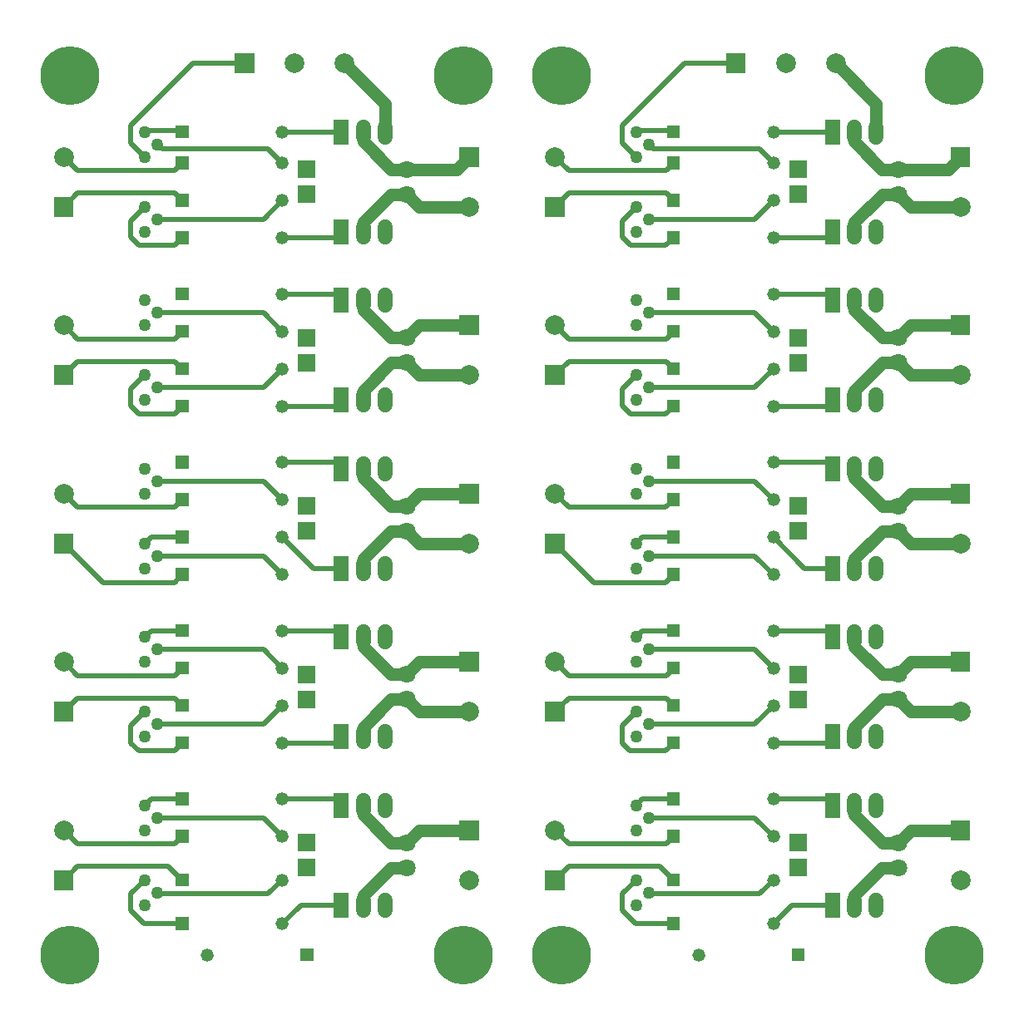
<source format=gbl>
%FSLAX24Y24*%
%MOIN*%
%ADD10C,0.0200*%
%ADD11C,0.0500*%
%ADD12C,0.0520*%
%ADD13C,0.0600*%
%ADD14C,0.0709*%
%ADD15C,0.0787*%
%ADD16C,0.2362*%
D10*
G01X12875Y4000D02*
X11250Y4000D01*
X10500Y3250D01*
X10500Y12000D02*
X9750Y11250D01*
X5500Y11250D01*
X10500Y5000D02*
X9940Y4440D01*
X5560Y4440D01*
X5500Y4500D01*
X6500Y13500D02*
X6198Y13198D01*
X2302Y13198D01*
X1750Y13750D01*
X10500Y24000D02*
X12625Y24000D01*
X12875Y24250D01*
X10500Y13500D02*
X9750Y14250D01*
X5500Y14250D01*
X10500Y28500D02*
X12625Y28500D01*
X12875Y28250D01*
X10500Y30750D02*
X12625Y30750D01*
X12875Y31000D01*
X6500Y6750D02*
X6199Y6449D01*
X2301Y6449D01*
X1750Y7000D01*
X5000Y34000D02*
X4439Y34561D01*
X4439Y35257D01*
X6933Y37750D01*
X9000Y37750D01*
X6500Y20250D02*
X6195Y19945D01*
X2305Y19945D01*
X1750Y20500D01*
X6500Y10500D02*
X6188Y10188D01*
X4758Y10188D01*
X4444Y10501D01*
X4444Y11194D01*
X5000Y11750D01*
X6500Y17250D02*
X6184Y16934D01*
X3316Y16934D01*
X1750Y18500D01*
X10500Y35000D02*
X12875Y35000D01*
X10500Y21750D02*
X12625Y21750D01*
X12875Y21500D01*
X6500Y24000D02*
X6194Y23694D01*
X4771Y23694D01*
X4434Y24032D01*
X4434Y24684D01*
X5000Y25250D01*
X10500Y20250D02*
X9750Y21000D01*
X5500Y21000D01*
X10500Y8250D02*
X12625Y8250D01*
X12875Y8000D01*
X10500Y27000D02*
X9750Y27750D01*
X5500Y27750D01*
X10500Y17250D02*
X9750Y18000D01*
X5500Y18000D01*
X5000Y5000D02*
X4446Y4446D01*
X4446Y3773D01*
X4969Y3250D01*
X6500Y3250D01*
X10500Y25500D02*
X9750Y24750D01*
X5500Y24750D01*
X6500Y15000D02*
X5250Y15000D01*
X5000Y14750D01*
X6500Y12000D02*
X6199Y12301D01*
X2301Y12301D01*
X1750Y11750D01*
X10500Y32250D02*
X9750Y31500D01*
X5500Y31500D01*
X10500Y10500D02*
X12625Y10500D01*
X12875Y10750D01*
X6500Y33750D02*
X6199Y33449D01*
X2301Y33449D01*
X1750Y34000D01*
X6500Y5000D02*
X5942Y5558D01*
X2308Y5558D01*
X1750Y5000D01*
X6500Y35000D02*
X6438Y35062D01*
X5062Y35062D01*
X5000Y35000D01*
X6500Y30750D02*
X6194Y30444D01*
X4771Y30444D01*
X4434Y30782D01*
X4434Y31434D01*
X5000Y32000D01*
X6500Y27000D02*
X6199Y26699D01*
X2301Y26699D01*
X1750Y27250D01*
X10500Y6750D02*
X9750Y7500D01*
X5500Y7500D01*
X6500Y25500D02*
X6198Y25802D01*
X2302Y25802D01*
X1750Y25250D01*
X6500Y32250D02*
X6198Y32552D01*
X2302Y32552D01*
X1750Y32000D01*
X6500Y18750D02*
X5250Y18750D01*
X5000Y18500D01*
X10500Y18750D02*
X11750Y17500D01*
X12875Y17500D01*
X6500Y8250D02*
X5250Y8250D01*
X5000Y8000D01*
X10500Y33750D02*
X9940Y34310D01*
X5690Y34310D01*
X5500Y34500D01*
X10500Y15000D02*
X12625Y15000D01*
X12875Y14750D01*
X32560Y4000D02*
X30935Y4000D01*
X30185Y3250D01*
X30185Y12000D02*
X29435Y11250D01*
X25185Y11250D01*
X30185Y5000D02*
X29625Y4440D01*
X25245Y4440D01*
X25185Y4500D01*
X26185Y13500D02*
X25883Y13198D01*
X21987Y13198D01*
X21435Y13750D01*
X30185Y24000D02*
X32310Y24000D01*
X32560Y24250D01*
X30185Y13500D02*
X29435Y14250D01*
X25185Y14250D01*
X30185Y28500D02*
X32310Y28500D01*
X32560Y28250D01*
X30185Y30750D02*
X32310Y30750D01*
X32560Y31000D01*
X26185Y6750D02*
X25884Y6449D01*
X21986Y6449D01*
X21435Y7000D01*
X24685Y34000D02*
X24124Y34561D01*
X24124Y35257D01*
X26618Y37750D01*
X28685Y37750D01*
X26185Y20250D02*
X25880Y19945D01*
X21990Y19945D01*
X21435Y20500D01*
X26185Y10500D02*
X25873Y10188D01*
X24443Y10188D01*
X24129Y10501D01*
X24129Y11194D01*
X24685Y11750D01*
X26185Y17250D02*
X25869Y16934D01*
X23001Y16934D01*
X21435Y18500D01*
X30185Y35000D02*
X32560Y35000D01*
X30185Y21750D02*
X32310Y21750D01*
X32560Y21500D01*
X26185Y24000D02*
X25879Y23694D01*
X24456Y23694D01*
X24119Y24032D01*
X24119Y24684D01*
X24685Y25250D01*
X30185Y20250D02*
X29435Y21000D01*
X25185Y21000D01*
X30185Y8250D02*
X32310Y8250D01*
X32560Y8000D01*
X30185Y27000D02*
X29435Y27750D01*
X25185Y27750D01*
X30185Y17250D02*
X29435Y18000D01*
X25185Y18000D01*
X24685Y5000D02*
X24131Y4446D01*
X24131Y3773D01*
X24654Y3250D01*
X26185Y3250D01*
X30185Y25500D02*
X29435Y24750D01*
X25185Y24750D01*
X26185Y15000D02*
X24935Y15000D01*
X24685Y14750D01*
X26185Y12000D02*
X25884Y12301D01*
X21987Y12301D01*
X21435Y11750D01*
X30185Y32250D02*
X29435Y31500D01*
X25185Y31500D01*
X30185Y10500D02*
X32310Y10500D01*
X32560Y10750D01*
X26185Y33750D02*
X25884Y33449D01*
X21987Y33449D01*
X21435Y34000D01*
X26185Y5000D02*
X25627Y5558D01*
X21993Y5558D01*
X21435Y5000D01*
X26185Y35000D02*
X26123Y35062D01*
X24747Y35062D01*
X24685Y35000D01*
X26185Y30750D02*
X25879Y30444D01*
X24456Y30444D01*
X24119Y30782D01*
X24119Y31434D01*
X24685Y32000D01*
X26185Y27000D02*
X25884Y26699D01*
X21987Y26699D01*
X21435Y27250D01*
X30185Y6750D02*
X29435Y7500D01*
X25185Y7500D01*
X26185Y25500D02*
X25883Y25802D01*
X21987Y25802D01*
X21435Y25250D01*
X26185Y32250D02*
X25883Y32552D01*
X21987Y32552D01*
X21435Y32000D01*
X26185Y18750D02*
X24935Y18750D01*
X24685Y18500D01*
X30185Y18750D02*
X31435Y17500D01*
X32560Y17500D01*
X26185Y8250D02*
X24935Y8250D01*
X24685Y8000D01*
X30185Y33750D02*
X29625Y34310D01*
X25375Y34310D01*
X25185Y34500D01*
X30185Y15000D02*
X32310Y15000D01*
X32560Y14750D01*
D11*
G01X5500Y34500D03*
X5000Y35000D03*
X5000Y34000D03*
X5500Y31500D03*
X5000Y32000D03*
X5000Y31000D03*
X5500Y27750D03*
X5000Y28250D03*
X5000Y27250D03*
X5500Y24750D03*
X5000Y25250D03*
X5000Y24250D03*
X5500Y21000D03*
X5000Y21500D03*
X5000Y20500D03*
X5500Y18000D03*
X5000Y18500D03*
X5000Y17500D03*
X5500Y14250D03*
X5000Y14750D03*
X5000Y13750D03*
X5500Y11250D03*
X5000Y11750D03*
X5000Y10750D03*
X5500Y7500D03*
X5000Y8000D03*
X5000Y7000D03*
X5500Y4500D03*
X5000Y5000D03*
X5000Y4000D03*
X25185Y34500D03*
X24685Y35000D03*
X24685Y34000D03*
X25185Y31500D03*
X24685Y32000D03*
X24685Y31000D03*
X25185Y27750D03*
X24685Y28250D03*
X24685Y27250D03*
X25185Y24750D03*
X24685Y25250D03*
X24685Y24250D03*
X25185Y21000D03*
X24685Y21500D03*
X24685Y20500D03*
X25185Y18000D03*
X24685Y18500D03*
X24685Y17500D03*
X25185Y14250D03*
X24685Y14750D03*
X24685Y13750D03*
X25185Y11250D03*
X24685Y11750D03*
X24685Y10750D03*
X25185Y7500D03*
X24685Y8000D03*
X24685Y7000D03*
X25185Y4500D03*
X24685Y5000D03*
X24685Y4000D03*
X15513Y33500D02*
X14862Y33500D01*
X13750Y34612D01*
X13750Y35000D01*
X18000Y34000D02*
X17500Y33500D01*
X15513Y33500D01*
X15513Y32500D02*
X16013Y32000D01*
X18000Y32000D01*
X13750Y31000D02*
X13750Y31386D01*
X14864Y32500D01*
X15513Y32500D01*
X15513Y25750D02*
X16013Y25250D01*
X18000Y25250D01*
X13750Y24250D02*
X13750Y24636D01*
X14864Y25750D01*
X15513Y25750D01*
X14625Y35000D02*
X14625Y36125D01*
X13000Y37750D01*
X13750Y8000D02*
X13750Y7614D01*
X14864Y6500D01*
X15513Y6500D01*
X16013Y7000D01*
X18000Y7000D01*
X15513Y5500D02*
X14862Y5500D01*
X13750Y4388D01*
X13750Y4000D01*
X13750Y17500D02*
X13750Y17886D01*
X14864Y19000D01*
X15513Y19000D01*
X16013Y18500D01*
X18000Y18500D01*
X13750Y10750D02*
X13750Y11136D01*
X14864Y12250D01*
X15513Y12250D01*
X16013Y11750D01*
X18000Y11750D01*
X15513Y13250D02*
X16013Y13750D01*
X18000Y13750D01*
X13750Y14750D02*
X13750Y14364D01*
X14864Y13250D01*
X15513Y13250D01*
X13750Y21500D02*
X13750Y21114D01*
X14864Y20000D01*
X15513Y20000D01*
X16013Y20500D01*
X18000Y20500D01*
X13750Y28250D02*
X13750Y27864D01*
X14864Y26750D01*
X15513Y26750D01*
X16013Y27250D01*
X18000Y27250D01*
X35198Y33500D02*
X34547Y33500D01*
X33435Y34612D01*
X33435Y35000D01*
X37685Y34000D02*
X37185Y33500D01*
X35198Y33500D01*
X35198Y32500D02*
X35698Y32000D01*
X37685Y32000D01*
X33435Y31000D02*
X33435Y31386D01*
X34549Y32500D01*
X35198Y32500D01*
X35198Y25750D02*
X35698Y25250D01*
X37685Y25250D01*
X33435Y24250D02*
X33435Y24636D01*
X34549Y25750D01*
X35198Y25750D01*
X34310Y35000D02*
X34310Y36125D01*
X32685Y37750D01*
X33435Y8000D02*
X33435Y7614D01*
X34549Y6500D01*
X35198Y6500D01*
X35698Y7000D01*
X37685Y7000D01*
X35198Y5500D02*
X34547Y5500D01*
X33435Y4388D01*
X33435Y4000D01*
X33435Y17500D02*
X33435Y17886D01*
X34549Y19000D01*
X35198Y19000D01*
X35698Y18500D01*
X37685Y18500D01*
X33435Y10750D02*
X33435Y11136D01*
X34549Y12250D01*
X35198Y12250D01*
X35698Y11750D01*
X37685Y11750D01*
X35198Y13250D02*
X35698Y13750D01*
X37685Y13750D01*
X33435Y14750D02*
X33435Y14364D01*
X34549Y13250D01*
X35198Y13250D01*
X33435Y21500D02*
X33435Y21114D01*
X34549Y20000D01*
X35198Y20000D01*
X35698Y20500D01*
X37685Y20500D01*
X33435Y28250D02*
X33435Y27864D01*
X34549Y26750D01*
X35198Y26750D01*
X35698Y27250D01*
X37685Y27250D01*
D12*
G01X10500Y33750D03*
X10500Y32250D03*
X10500Y35000D03*
X10500Y30750D03*
X10500Y27000D03*
X10500Y25500D03*
X10500Y28500D03*
X10500Y24000D03*
X10500Y21750D03*
X10500Y20250D03*
X10500Y18750D03*
X10500Y17250D03*
X10500Y15000D03*
X10500Y13500D03*
X10500Y12000D03*
X10500Y10500D03*
X10500Y8250D03*
X10500Y6750D03*
X10500Y5000D03*
X10500Y3250D03*
X7500Y2000D03*
X30185Y33750D03*
X30185Y32250D03*
X30185Y35000D03*
X30185Y30750D03*
X30185Y27000D03*
X30185Y25500D03*
X30185Y28500D03*
X30185Y24000D03*
X30185Y21750D03*
X30185Y20250D03*
X30185Y18750D03*
X30185Y17250D03*
X30185Y15000D03*
X30185Y13500D03*
X30185Y12000D03*
X30185Y10500D03*
X30185Y8250D03*
X30185Y6750D03*
X30185Y5000D03*
X30185Y3250D03*
X27185Y2000D03*
D13*
G01X14625Y35200D02*
X14625Y34800D01*
X13750Y35200D02*
X13750Y34800D01*
X14625Y31200D02*
X14625Y30800D01*
X13750Y31200D02*
X13750Y30800D01*
X14625Y28450D02*
X14625Y28050D01*
X13750Y28450D02*
X13750Y28050D01*
X14625Y24450D02*
X14625Y24050D01*
X13750Y24450D02*
X13750Y24050D01*
X14625Y21700D02*
X14625Y21300D01*
X13750Y21700D02*
X13750Y21300D01*
X14625Y17700D02*
X14625Y17300D01*
X13750Y17700D02*
X13750Y17300D01*
X14625Y14950D02*
X14625Y14550D01*
X13750Y14950D02*
X13750Y14550D01*
X14625Y10950D02*
X14625Y10550D01*
X13750Y10950D02*
X13750Y10550D01*
X14625Y8200D02*
X14625Y7800D01*
X13750Y8200D02*
X13750Y7800D01*
X14625Y4200D02*
X14625Y3800D01*
X13750Y4200D02*
X13750Y3800D01*
X34310Y35200D02*
X34310Y34800D01*
X33435Y35200D02*
X33435Y34800D01*
X34310Y31200D02*
X34310Y30800D01*
X33435Y31200D02*
X33435Y30800D01*
X34310Y28450D02*
X34310Y28050D01*
X33435Y28450D02*
X33435Y28050D01*
X34310Y24450D02*
X34310Y24050D01*
X33435Y24450D02*
X33435Y24050D01*
X34310Y21700D02*
X34310Y21300D01*
X33435Y21700D02*
X33435Y21300D01*
X34310Y17700D02*
X34310Y17300D01*
X33435Y17700D02*
X33435Y17300D01*
X34310Y14950D02*
X34310Y14550D01*
X33435Y14950D02*
X33435Y14550D01*
X34310Y10950D02*
X34310Y10550D01*
X33435Y10950D02*
X33435Y10550D01*
X34310Y8200D02*
X34310Y7800D01*
X33435Y8200D02*
X33435Y7800D01*
X34310Y4200D02*
X34310Y3800D01*
X33435Y4200D02*
X33435Y3800D01*
D14*
G01X15513Y33500D03*
X15513Y32500D03*
X15513Y26750D03*
X15513Y25750D03*
X15513Y20000D03*
X15513Y19000D03*
X15513Y13250D03*
X15513Y12250D03*
X15513Y6500D03*
X15513Y5500D03*
X35198Y33500D03*
X35198Y32500D03*
X35198Y26750D03*
X35198Y25750D03*
X35198Y20000D03*
X35198Y19000D03*
X35198Y13250D03*
X35198Y12250D03*
X35198Y6500D03*
X35198Y5500D03*
D15*
G01X18000Y32000D03*
X1750Y34000D03*
X1750Y27250D03*
X18000Y25250D03*
X1750Y20500D03*
X18000Y18500D03*
X1750Y13750D03*
X18000Y11750D03*
X1750Y7000D03*
X18000Y5000D03*
X11000Y37750D03*
X13000Y37750D03*
X37685Y32000D03*
X21435Y34000D03*
X21435Y27250D03*
X37685Y25250D03*
X21435Y20500D03*
X37685Y18500D03*
X21435Y13750D03*
X37685Y11750D03*
X21435Y7000D03*
X37685Y5000D03*
X30685Y37750D03*
X32685Y37750D03*
D16*
G01X2000Y37250D03*
X2000Y2000D03*
X17750Y2000D03*
X17750Y37250D03*
X21685Y37250D03*
X21685Y2000D03*
X37435Y2000D03*
X37435Y37250D03*
G36*
X18393Y33606D02*
X18393Y34393D01*
X17606Y34393D01*
X17606Y33606D01*
X18393Y33606D01*
G37*
G36*
X6760Y34010D02*
X6240Y34010D01*
X6240Y33490D01*
X6760Y33490D01*
X6760Y34010D01*
G37*
G36*
X6760Y32510D02*
X6240Y32510D01*
X6240Y31990D01*
X6760Y31990D01*
X6760Y32510D01*
G37*
G36*
X6760Y35260D02*
X6240Y35260D01*
X6240Y34740D01*
X6760Y34740D01*
X6760Y35260D01*
G37*
G36*
X6760Y31010D02*
X6240Y31010D01*
X6240Y30490D01*
X6760Y30490D01*
X6760Y31010D01*
G37*
G36*
X13175Y35500D02*
X12575Y35500D01*
X12575Y34500D01*
X13175Y34500D01*
X13175Y35500D01*
G37*
G36*
X11842Y33854D02*
X11133Y33854D01*
X11133Y33145D01*
X11842Y33145D01*
X11842Y33854D01*
G37*
G36*
X11842Y32854D02*
X11133Y32854D01*
X11133Y32145D01*
X11842Y32145D01*
X11842Y32854D01*
G37*
G36*
X13175Y31500D02*
X12575Y31500D01*
X12575Y30500D01*
X13175Y30500D01*
X13175Y31500D01*
G37*
G36*
X1356Y32393D02*
X1356Y31606D01*
X2143Y31606D01*
X2143Y32393D01*
X1356Y32393D01*
G37*
G36*
X1356Y25643D02*
X1356Y24856D01*
X2143Y24856D01*
X2143Y25643D01*
X1356Y25643D01*
G37*
G36*
X18393Y26856D02*
X18393Y27643D01*
X17606Y27643D01*
X17606Y26856D01*
X18393Y26856D01*
G37*
G36*
X6760Y27260D02*
X6240Y27260D01*
X6240Y26740D01*
X6760Y26740D01*
X6760Y27260D01*
G37*
G36*
X6760Y25760D02*
X6240Y25760D01*
X6240Y25240D01*
X6760Y25240D01*
X6760Y25760D01*
G37*
G36*
X6760Y28760D02*
X6240Y28760D01*
X6240Y28240D01*
X6760Y28240D01*
X6760Y28760D01*
G37*
G36*
X6760Y24260D02*
X6240Y24260D01*
X6240Y23740D01*
X6760Y23740D01*
X6760Y24260D01*
G37*
G36*
X11842Y27104D02*
X11133Y27104D01*
X11133Y26395D01*
X11842Y26395D01*
X11842Y27104D01*
G37*
G36*
X11842Y26104D02*
X11133Y26104D01*
X11133Y25395D01*
X11842Y25395D01*
X11842Y26104D01*
G37*
G36*
X13175Y28750D02*
X12575Y28750D01*
X12575Y27750D01*
X13175Y27750D01*
X13175Y28750D01*
G37*
G36*
X13175Y24750D02*
X12575Y24750D01*
X12575Y23750D01*
X13175Y23750D01*
X13175Y24750D01*
G37*
G36*
X1356Y18893D02*
X1356Y18106D01*
X2143Y18106D01*
X2143Y18893D01*
X1356Y18893D01*
G37*
G36*
X6760Y22010D02*
X6240Y22010D01*
X6240Y21490D01*
X6760Y21490D01*
X6760Y22010D01*
G37*
G36*
X6760Y20510D02*
X6240Y20510D01*
X6240Y19990D01*
X6760Y19990D01*
X6760Y20510D01*
G37*
G36*
X6760Y19010D02*
X6240Y19010D01*
X6240Y18490D01*
X6760Y18490D01*
X6760Y19010D01*
G37*
G36*
X6760Y17510D02*
X6240Y17510D01*
X6240Y16990D01*
X6760Y16990D01*
X6760Y17510D01*
G37*
G36*
X11842Y20354D02*
X11133Y20354D01*
X11133Y19645D01*
X11842Y19645D01*
X11842Y20354D01*
G37*
G36*
X11842Y19354D02*
X11133Y19354D01*
X11133Y18645D01*
X11842Y18645D01*
X11842Y19354D01*
G37*
G36*
X13175Y22000D02*
X12575Y22000D01*
X12575Y21000D01*
X13175Y21000D01*
X13175Y22000D01*
G37*
G36*
X13175Y18000D02*
X12575Y18000D01*
X12575Y17000D01*
X13175Y17000D01*
X13175Y18000D01*
G37*
G36*
X18393Y20106D02*
X18393Y20893D01*
X17606Y20893D01*
X17606Y20106D01*
X18393Y20106D01*
G37*
G36*
X1356Y12143D02*
X1356Y11356D01*
X2143Y11356D01*
X2143Y12143D01*
X1356Y12143D01*
G37*
G36*
X6760Y15260D02*
X6240Y15260D01*
X6240Y14740D01*
X6760Y14740D01*
X6760Y15260D01*
G37*
G36*
X6760Y13760D02*
X6240Y13760D01*
X6240Y13240D01*
X6760Y13240D01*
X6760Y13760D01*
G37*
G36*
X6760Y12260D02*
X6240Y12260D01*
X6240Y11740D01*
X6760Y11740D01*
X6760Y12260D01*
G37*
G36*
X6760Y10760D02*
X6240Y10760D01*
X6240Y10240D01*
X6760Y10240D01*
X6760Y10760D01*
G37*
G36*
X13175Y15250D02*
X12575Y15250D01*
X12575Y14250D01*
X13175Y14250D01*
X13175Y15250D01*
G37*
G36*
X11842Y13604D02*
X11133Y13604D01*
X11133Y12895D01*
X11842Y12895D01*
X11842Y13604D01*
G37*
G36*
X11842Y12604D02*
X11133Y12604D01*
X11133Y11895D01*
X11842Y11895D01*
X11842Y12604D01*
G37*
G36*
X13175Y11250D02*
X12575Y11250D01*
X12575Y10250D01*
X13175Y10250D01*
X13175Y11250D01*
G37*
G36*
X18393Y13356D02*
X18393Y14143D01*
X17606Y14143D01*
X17606Y13356D01*
X18393Y13356D01*
G37*
G36*
X1356Y5393D02*
X1356Y4606D01*
X2143Y4606D01*
X2143Y5393D01*
X1356Y5393D01*
G37*
G36*
X6760Y8510D02*
X6240Y8510D01*
X6240Y7990D01*
X6760Y7990D01*
X6760Y8510D01*
G37*
G36*
X6760Y7010D02*
X6240Y7010D01*
X6240Y6490D01*
X6760Y6490D01*
X6760Y7010D01*
G37*
G36*
X6760Y5260D02*
X6240Y5260D01*
X6240Y4740D01*
X6760Y4740D01*
X6760Y5260D01*
G37*
G36*
X6760Y3510D02*
X6240Y3510D01*
X6240Y2990D01*
X6760Y2990D01*
X6760Y3510D01*
G37*
G36*
X13175Y8500D02*
X12575Y8500D01*
X12575Y7500D01*
X13175Y7500D01*
X13175Y8500D01*
G37*
G36*
X11842Y6854D02*
X11133Y6854D01*
X11133Y6145D01*
X11842Y6145D01*
X11842Y6854D01*
G37*
G36*
X11842Y5854D02*
X11133Y5854D01*
X11133Y5145D01*
X11842Y5145D01*
X11842Y5854D01*
G37*
G36*
X13175Y4500D02*
X12575Y4500D01*
X12575Y3500D01*
X13175Y3500D01*
X13175Y4500D01*
G37*
G36*
X18393Y6606D02*
X18393Y7393D01*
X17606Y7393D01*
X17606Y6606D01*
X18393Y6606D01*
G37*
G36*
X11240Y1740D02*
X11760Y1740D01*
X11760Y2260D01*
X11240Y2260D01*
X11240Y1740D01*
G37*
G36*
X9393Y38143D02*
X8606Y38143D01*
X8606Y37356D01*
X9393Y37356D01*
X9393Y38143D01*
G37*
G36*
X38078Y33606D02*
X38078Y34393D01*
X37291Y34393D01*
X37291Y33606D01*
X38078Y33606D01*
G37*
G36*
X26445Y34010D02*
X25925Y34010D01*
X25925Y33490D01*
X26445Y33490D01*
X26445Y34010D01*
G37*
G36*
X26445Y32510D02*
X25925Y32510D01*
X25925Y31990D01*
X26445Y31990D01*
X26445Y32510D01*
G37*
G36*
X26445Y35260D02*
X25925Y35260D01*
X25925Y34740D01*
X26445Y34740D01*
X26445Y35260D01*
G37*
G36*
X26445Y31010D02*
X25925Y31010D01*
X25925Y30490D01*
X26445Y30490D01*
X26445Y31010D01*
G37*
G36*
X32860Y35500D02*
X32260Y35500D01*
X32260Y34500D01*
X32860Y34500D01*
X32860Y35500D01*
G37*
G36*
X31527Y33854D02*
X30818Y33854D01*
X30818Y33145D01*
X31527Y33145D01*
X31527Y33854D01*
G37*
G36*
X31527Y32854D02*
X30818Y32854D01*
X30818Y32145D01*
X31527Y32145D01*
X31527Y32854D01*
G37*
G36*
X32860Y31500D02*
X32260Y31500D01*
X32260Y30500D01*
X32860Y30500D01*
X32860Y31500D01*
G37*
G36*
X21041Y32393D02*
X21041Y31606D01*
X21828Y31606D01*
X21828Y32393D01*
X21041Y32393D01*
G37*
G36*
X21041Y25643D02*
X21041Y24856D01*
X21828Y24856D01*
X21828Y25643D01*
X21041Y25643D01*
G37*
G36*
X38078Y26856D02*
X38078Y27643D01*
X37291Y27643D01*
X37291Y26856D01*
X38078Y26856D01*
G37*
G36*
X26445Y27260D02*
X25925Y27260D01*
X25925Y26740D01*
X26445Y26740D01*
X26445Y27260D01*
G37*
G36*
X26445Y25760D02*
X25925Y25760D01*
X25925Y25240D01*
X26445Y25240D01*
X26445Y25760D01*
G37*
G36*
X26445Y28760D02*
X25925Y28760D01*
X25925Y28240D01*
X26445Y28240D01*
X26445Y28760D01*
G37*
G36*
X26445Y24260D02*
X25925Y24260D01*
X25925Y23740D01*
X26445Y23740D01*
X26445Y24260D01*
G37*
G36*
X31527Y27104D02*
X30818Y27104D01*
X30818Y26395D01*
X31527Y26395D01*
X31527Y27104D01*
G37*
G36*
X31527Y26104D02*
X30818Y26104D01*
X30818Y25395D01*
X31527Y25395D01*
X31527Y26104D01*
G37*
G36*
X32860Y28750D02*
X32260Y28750D01*
X32260Y27750D01*
X32860Y27750D01*
X32860Y28750D01*
G37*
G36*
X32860Y24750D02*
X32260Y24750D01*
X32260Y23750D01*
X32860Y23750D01*
X32860Y24750D01*
G37*
G36*
X21041Y18893D02*
X21041Y18106D01*
X21828Y18106D01*
X21828Y18893D01*
X21041Y18893D01*
G37*
G36*
X26445Y22010D02*
X25925Y22010D01*
X25925Y21490D01*
X26445Y21490D01*
X26445Y22010D01*
G37*
G36*
X26445Y20510D02*
X25925Y20510D01*
X25925Y19990D01*
X26445Y19990D01*
X26445Y20510D01*
G37*
G36*
X26445Y19010D02*
X25925Y19010D01*
X25925Y18490D01*
X26445Y18490D01*
X26445Y19010D01*
G37*
G36*
X26445Y17510D02*
X25925Y17510D01*
X25925Y16990D01*
X26445Y16990D01*
X26445Y17510D01*
G37*
G36*
X31527Y20354D02*
X30818Y20354D01*
X30818Y19645D01*
X31527Y19645D01*
X31527Y20354D01*
G37*
G36*
X31527Y19354D02*
X30818Y19354D01*
X30818Y18645D01*
X31527Y18645D01*
X31527Y19354D01*
G37*
G36*
X32860Y22000D02*
X32260Y22000D01*
X32260Y21000D01*
X32860Y21000D01*
X32860Y22000D01*
G37*
G36*
X32860Y18000D02*
X32260Y18000D01*
X32260Y17000D01*
X32860Y17000D01*
X32860Y18000D01*
G37*
G36*
X38078Y20106D02*
X38078Y20893D01*
X37291Y20893D01*
X37291Y20106D01*
X38078Y20106D01*
G37*
G36*
X21041Y12143D02*
X21041Y11356D01*
X21828Y11356D01*
X21828Y12143D01*
X21041Y12143D01*
G37*
G36*
X26445Y15260D02*
X25925Y15260D01*
X25925Y14740D01*
X26445Y14740D01*
X26445Y15260D01*
G37*
G36*
X26445Y13760D02*
X25925Y13760D01*
X25925Y13240D01*
X26445Y13240D01*
X26445Y13760D01*
G37*
G36*
X26445Y12260D02*
X25925Y12260D01*
X25925Y11740D01*
X26445Y11740D01*
X26445Y12260D01*
G37*
G36*
X26445Y10760D02*
X25925Y10760D01*
X25925Y10240D01*
X26445Y10240D01*
X26445Y10760D01*
G37*
G36*
X32860Y15250D02*
X32260Y15250D01*
X32260Y14250D01*
X32860Y14250D01*
X32860Y15250D01*
G37*
G36*
X31527Y13604D02*
X30818Y13604D01*
X30818Y12895D01*
X31527Y12895D01*
X31527Y13604D01*
G37*
G36*
X31527Y12604D02*
X30818Y12604D01*
X30818Y11895D01*
X31527Y11895D01*
X31527Y12604D01*
G37*
G36*
X32860Y11250D02*
X32260Y11250D01*
X32260Y10250D01*
X32860Y10250D01*
X32860Y11250D01*
G37*
G36*
X38078Y13356D02*
X38078Y14143D01*
X37291Y14143D01*
X37291Y13356D01*
X38078Y13356D01*
G37*
G36*
X21041Y5393D02*
X21041Y4606D01*
X21828Y4606D01*
X21828Y5393D01*
X21041Y5393D01*
G37*
G36*
X26445Y8510D02*
X25925Y8510D01*
X25925Y7990D01*
X26445Y7990D01*
X26445Y8510D01*
G37*
G36*
X26445Y7010D02*
X25925Y7010D01*
X25925Y6490D01*
X26445Y6490D01*
X26445Y7010D01*
G37*
G36*
X26445Y5260D02*
X25925Y5260D01*
X25925Y4740D01*
X26445Y4740D01*
X26445Y5260D01*
G37*
G36*
X26445Y3510D02*
X25925Y3510D01*
X25925Y2990D01*
X26445Y2990D01*
X26445Y3510D01*
G37*
G36*
X32860Y8500D02*
X32260Y8500D01*
X32260Y7500D01*
X32860Y7500D01*
X32860Y8500D01*
G37*
G36*
X31527Y6854D02*
X30818Y6854D01*
X30818Y6145D01*
X31527Y6145D01*
X31527Y6854D01*
G37*
G36*
X31527Y5854D02*
X30818Y5854D01*
X30818Y5145D01*
X31527Y5145D01*
X31527Y5854D01*
G37*
G36*
X32860Y4500D02*
X32260Y4500D01*
X32260Y3500D01*
X32860Y3500D01*
X32860Y4500D01*
G37*
G36*
X38078Y6606D02*
X38078Y7393D01*
X37291Y7393D01*
X37291Y6606D01*
X38078Y6606D01*
G37*
G36*
X30925Y1740D02*
X31445Y1740D01*
X31445Y2260D01*
X30925Y2260D01*
X30925Y1740D01*
G37*
G36*
X29078Y38143D02*
X28291Y38143D01*
X28291Y37356D01*
X29078Y37356D01*
X29078Y38143D01*
G37*
M02*

</source>
